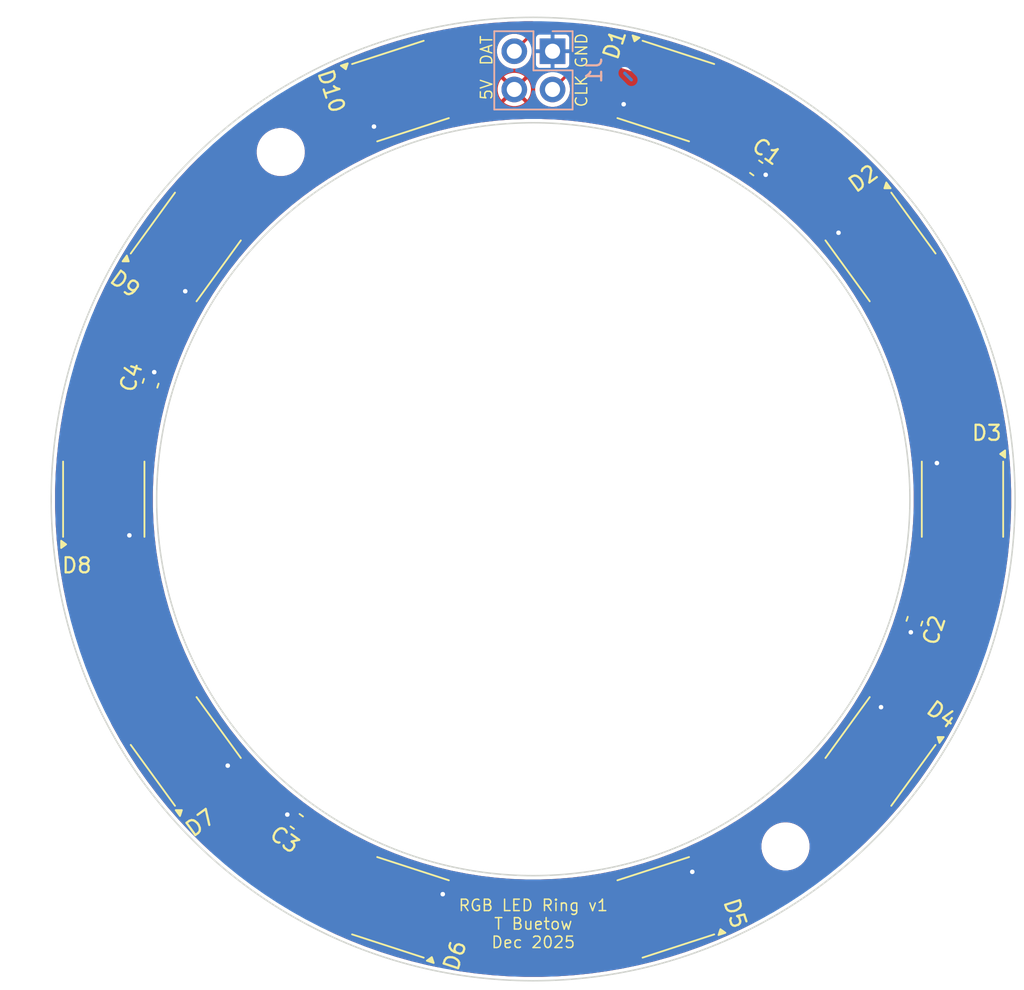
<source format=kicad_pcb>
(kicad_pcb (version 20241229) (generator "pcbnew") (generator_version "9.0")
  (layers (0 "F.Cu" signal) (2 "B.Cu" signal) (13 "F.Paste" user) (15 "B.Paste" user) (5 "F.SilkS" user "F.Silkscreen") (7 "B.SilkS" user "B.Silkscreen") (1 "F.Mask" user) (3 "B.Mask" user) (25 "Edge.Cuts" user))
  (net 0 "")
  (net 1 "+5V")
  (net 2 "GND")
  (net 3 "Net-(D1-DI)")
  (net 4 "Net-(D1-CI)")
  (net 5 "Net-(D1-DO)")
  (net 6 "Net-(D1-CO)")
  (net 7 "Net-(D2-CO)")
  (net 8 "Net-(D2-DO)")
  (net 9 "Net-(D3-CO)")
  (net 10 "Net-(D3-DO)")
  (net 11 "Net-(D4-CO)")
  (net 12 "Net-(D4-DO)")
  (net 13 "Net-(D5-DO)")
  (net 14 "Net-(D5-CO)")
  (net 15 "Net-(D6-DO)")
  (net 16 "Net-(D6-CO)")
  (net 17 "Net-(D7-CO)")
  (net 18 "Net-(D7-DO)")
  (net 19 "Net-(D8-DO)")
  (net 20 "Net-(D8-CO)")
  (net 21 "Net-(D10-CI)")
  (net 22 "Net-(D10-DI)")
  (footprint "LED_SMD:LED_RGB_5050-6" (layer "F.Cu") (at 163.046984 83.24812 -54)
    (property "Reference" "D2" (at -4.353687 -1.745388 216) (layer "F.SilkS"))
    (property "Value" "APA102")
    (fp_line (start 2.499999 2.7) (end -2.5 2.7) (stroke (width 0.12)) (layer "F.SilkS"))
    (fp_line (start -2.499999 -2.7) (end 2.5 -2.7) (stroke (width 0.12)) (layer "F.SilkS"))
    (fp_poly (pts (xy -3 -2.499999) (xy -3.24 -2.83) (xy -2.76 -2.83) (xy -3 -2.499999)) (stroke (width 0.12)) (fill yes) (layer "F.SilkS"))
    (pad "1" smd rect (at -2.4 -1.7 36) (size 1.1 2) (layers "F.Cu" "F.Mask" "F.Paste") (net 5 "Net-(D1-DO)"))
    (pad "2" smd rect (at -2.4 0 36) (size 1.1 2) (layers "F.Cu" "F.Mask" "F.Paste") (net 6 "Net-(D1-CO)"))
    (pad "3" smd rect (at -2.4 1.7 36) (size 1.1 2) (layers "F.Cu" "F.Mask" "F.Paste") (net 2 "GND"))
    (pad "4" smd rect (at 2.4 1.7 36) (size 1.1 2) (layers "F.Cu" "F.Mask" "F.Paste") (net 1 "+5V"))
    (pad "5" smd rect (at 2.4 0 36) (size 1.1 2) (layers "F.Cu" "F.Mask" "F.Paste") (net 7 "Net-(D2-CO)"))
    (pad "6" smd rect (at 2.4 -1.7 36) (size 1.1 2) (layers "F.Cu" "F.Mask" "F.Paste") (net 8 "Net-(D2-DO)"))
  )
  (footprint "Capacitor_SMD:C_0603_1608Metric" (layer "F.Cu") (at 154.8 78 144)
    (property "Reference" "C1" (at 0.080252 1.301368 144) (layer "F.SilkS"))
    (property "Value" ".1u")
    (fp_line (start -0.140581 -0.51) (end 0.14058 -0.51) (stroke (width 0.12)) (layer "F.SilkS"))
    (fp_line (start -0.14058 0.51) (end 0.140581 0.51) (stroke (width 0.12)) (layer "F.SilkS"))
    (pad "1" smd roundrect (at -0.775 0 144) (size 0.9 0.95) (layers "F.Cu" "F.Mask" "F.Paste") (net 2 "GND"))
    (pad "2" smd roundrect (at 0.775 0 144) (size 0.9 0.95) (layers "F.Cu" "F.Mask" "F.Paste") (net 1 "+5V"))
  )
  (footprint "MountingHole:MountingHole_2.7mm_M2.5" (layer "F.Cu") (at 123.23812 76.943016)
    (property "Reference" "REF**" (hide yes))
    (property "Value" "MountingHole_2.7mm_M2.5")
    (pad "" np_thru_hole circle (at 0 0) (size 2.7 2.7) (drill 2.7) (layers "*.Cu" "*.Mask"))
  )
  (footprint "Capacitor_SMD:C_0603_1608Metric" (layer "F.Cu") (at 114.6 92.3 -108)
    (property "Reference" "C4" (at 0.021299 1.35998 72) (layer "F.SilkS"))
    (property "Value" ".1u")
    (fp_line (start -0.14058 0.51) (end 0.14058 0.51) (stroke (width 0.12)) (layer "F.SilkS"))
    (fp_line (start -0.14058 -0.51) (end 0.14058 -0.51) (stroke (width 0.12)) (layer "F.SilkS"))
    (pad "1" smd roundrect (at -0.775 0 252) (size 0.9 0.95) (layers "F.Cu" "F.Mask" "F.Paste") (net 2 "GND"))
    (pad "2" smd roundrect (at 0.775 0 252) (size 0.9 0.95) (layers "F.Cu" "F.Mask" "F.Paste") (net 1 "+5V"))
  )
  (footprint "Capacitor_SMD:C_0603_1608Metric" (layer "F.Cu") (at 165.3 108.1 72)
    (property "Reference" "C2" (at -0.168912 1.421784 72) (layer "F.SilkS"))
    (property "Value" ".1u")
    (fp_line (start -0.14058 -0.51) (end 0.14058 -0.51) (stroke (width 0.12)) (layer "F.SilkS"))
    (fp_line (start -0.14058 0.51) (end 0.14058 0.51) (stroke (width 0.12)) (layer "F.SilkS"))
    (pad "1" smd roundrect (at -0.774999 -0.000001 72) (size 0.9 0.95) (layers "F.Cu" "F.Mask" "F.Paste") (net 2 "GND"))
    (pad "2" smd roundrect (at 0.774999 0.000001 72) (size 0.9 0.95) (layers "F.Cu" "F.Mask" "F.Paste") (net 1 "+5V"))
  )
  (footprint "Capacitor_SMD:C_0603_1608Metric" (layer "F.Cu") (at 124.3 121.4 -36)
    (property "Reference" "C3" (at 0.058129 1.441049 324) (layer "F.SilkS"))
    (property "Value" ".1u")
    (fp_line (start -0.14058 0.51) (end 0.14058 0.51) (stroke (width 0.12)) (layer "F.SilkS"))
    (fp_line (start -0.14058 -0.51) (end 0.14058 -0.51) (stroke (width 0.12)) (layer "F.SilkS"))
    (pad "1" smd roundrect (at -0.775 0 324) (size 0.9 0.95) (layers "F.Cu" "F.Mask" "F.Paste") (net 2 "GND"))
    (pad "2" smd roundrect (at 0.775 0 324) (size 0.9 0.95) (layers "F.Cu" "F.Mask" "F.Paste") (net 1 "+5V"))
  )
  (footprint "LED_SMD:LED_RGB_5050-6" (layer "F.Cu") (at 168.49 100 -90)
    (property "Reference" "D3" (at -4.4 -1.61 180) (layer "F.SilkS"))
    (property "Value" "APA102")
    (fp_line (start 2.5 2.7) (end -2.5 2.7) (stroke (width 0.12)) (layer "F.SilkS"))
    (fp_line (start -2.5 -2.7) (end 2.5 -2.7) (stroke (width 0.12)) (layer "F.SilkS"))
    (fp_poly (pts (xy -3 -2.5) (xy -3.24 -2.83) (xy -2.76 -2.83) (xy -3 -2.5)) (stroke (width 0.12)) (fill yes) (layer "F.SilkS"))
    (pad "1" smd rect (at -2.4 -1.7) (size 1.1 2) (layers "F.Cu" "F.Mask" "F.Paste") (net 8 "Net-(D2-DO)"))
    (pad "2" smd rect (at -2.4 0) (size 1.1 2) (layers "F.Cu" "F.Mask" "F.Paste") (net 7 "Net-(D2-CO)"))
    (pad "3" smd rect (at -2.4 1.7) (size 1.1 2) (layers "F.Cu" "F.Mask" "F.Paste") (net 2 "GND"))
    (pad "4" smd rect (at 2.4 1.7) (size 1.1 2) (layers "F.Cu" "F.Mask" "F.Paste") (net 1 "+5V"))
    (pad "5" smd rect (at 2.4 0) (size 1.1 2) (layers "F.Cu" "F.Mask" "F.Paste") (net 9 "Net-(D3-CO)"))
    (pad "6" smd rect (at 2.4 -1.7) (size 1.1 2) (layers "F.Cu" "F.Mask" "F.Paste") (net 10 "Net-(D3-DO)"))
  )
  (footprint "MountingHole:MountingHole_2.7mm_M2.5" (layer "F.Cu") (at 156.74188 123.056984)
    (property "Reference" "REF**" (hide yes))
    (property "Value" "MountingHole_2.7mm_M2.5")
    (pad "" np_thru_hole circle (at 0 0) (size 2.7 2.7) (drill 2.7) (layers "*.Cu" "*.Mask"))
  )
  (footprint "LED_SMD:LED_RGB_5050-6" (layer "F.Cu") (at 131.183016 127.10511 162)
    (property "Reference" "D6" (at -4.427232 -1.920811 252) (layer "F.SilkS"))
    (property "Value" "APA102")
    (fp_line (start 2.5 2.7) (end -2.5 2.7) (stroke (width 0.12)) (layer "F.SilkS"))
    (fp_line (start -2.5 -2.7) (end 2.5 -2.7) (stroke (width 0.12)) (layer "F.SilkS"))
    (fp_poly (pts (xy -3 -2.5) (xy -3.24 -2.83) (xy -2.76 -2.83) (xy -3 -2.5)) (stroke (width 0.12)) (fill yes) (layer "F.SilkS"))
    (pad "1" smd rect (at -2.4 -1.7 252) (size 1.1 2) (layers "F.Cu" "F.Mask" "F.Paste") (net 13 "Net-(D5-DO)"))
    (pad "2" smd rect (at -2.4 0 252) (size 1.1 2) (layers "F.Cu" "F.Mask" "F.Paste") (net 14 "Net-(D5-CO)"))
    (pad "3" smd rect (at -2.400001 1.7 252) (size 1.1 2) (layers "F.Cu" "F.Mask" "F.Paste") (net 2 "GND"))
    (pad "4" smd rect (at 2.4 1.7 252) (size 1.1 2) (layers "F.Cu" "F.Mask" "F.Paste") (net 1 "+5V"))
    (pad "5" smd rect (at 2.4 0 252) (size 1.1 2) (layers "F.Cu" "F.Mask" "F.Paste") (net 16 "Net-(D6-CO)"))
    (pad "6" smd rect (at 2.400001 -1.7 252) (size 1.1 2) (layers "F.Cu" "F.Mask" "F.Paste") (net 15 "Net-(D6-DO)"))
  )
  (footprint "LED_SMD:LED_RGB_5050-6" (layer "F.Cu") (at 163.046984 116.75188 -126)
    (property "Reference" "D4" (at -4.365916 -1.83778 144) (layer "F.SilkS"))
    (property "Value" "APA102")
    (fp_line (start 2.5 2.7) (end -2.5 2.7) (stroke (width 0.12)) (layer "F.SilkS"))
    (fp_line (start -2.5 -2.7) (end 2.5 -2.7) (stroke (width 0.12)) (layer "F.SilkS"))
    (fp_poly (pts (xy -3 -2.5) (xy -3.24 -2.83) (xy -2.76 -2.829999) (xy -3 -2.5)) (stroke (width 0.12)) (fill yes) (layer "F.SilkS"))
    (pad "1" smd rect (at -2.4 -1.7 324) (size 1.1 2) (layers "F.Cu" "F.Mask" "F.Paste") (net 10 "Net-(D3-DO)"))
    (pad "2" smd rect (at -2.4 0 324) (size 1.1 2) (layers "F.Cu" "F.Mask" "F.Paste") (net 9 "Net-(D3-CO)"))
    (pad "3" smd rect (at -2.4 1.7 324) (size 1.1 2) (layers "F.Cu" "F.Mask" "F.Paste") (net 2 "GND"))
    (pad "4" smd rect (at 2.4 1.7 324) (size 1.1 2) (layers "F.Cu" "F.Mask" "F.Paste") (net 1 "+5V"))
    (pad "5" smd rect (at 2.4 0 324) (size 1.1 2) (layers "F.Cu" "F.Mask" "F.Paste") (net 11 "Net-(D4-CO)"))
    (pad "6" smd rect (at 2.4 -1.7 324) (size 1.1 2) (layers "F.Cu" "F.Mask" "F.Paste") (net 12 "Net-(D4-DO)"))
  )
  (footprint "LED_SMD:LED_RGB_5050-6" (layer "F.Cu") (at 148.796984 127.105111 -162)
    (property "Reference" "D5" (at -4.255701 -1.797972 108) (layer "F.SilkS"))
    (property "Value" "APA102")
    (fp_line (start 2.5 2.7) (end -2.5 2.7) (stroke (width 0.12)) (layer "F.SilkS"))
    (fp_line (start -2.5 -2.7) (end 2.5 -2.7) (stroke (width 0.12)) (layer "F.SilkS"))
    (fp_poly (pts (xy -3 -2.5) (xy -3.24 -2.83) (xy -2.76 -2.83) (xy -3 -2.5)) (stroke (width 0.12)) (fill yes) (layer "F.SilkS"))
    (pad "1" smd rect (at -2.400001 -1.7 288) (size 1.1 2) (layers "F.Cu" "F.Mask" "F.Paste") (net 12 "Net-(D4-DO)"))
    (pad "2" smd rect (at -2.4 0 288) (size 1.1 2) (layers "F.Cu" "F.Mask" "F.Paste") (net 11 "Net-(D4-CO)"))
    (pad "3" smd rect (at -2.4 1.7 288) (size 1.1 2) (layers "F.Cu" "F.Mask" "F.Paste") (net 2 "GND"))
    (pad "4" smd rect (at 2.400001 1.7 288) (size 1.1 2) (layers "F.Cu" "F.Mask" "F.Paste") (net 1 "+5V"))
    (pad "5" smd rect (at 2.4 0 288) (size 1.1 2) (layers "F.Cu" "F.Mask" "F.Paste") (net 14 "Net-(D5-CO)"))
    (pad "6" smd rect (at 2.4 -1.7 288) (size 1.1 2) (layers "F.Cu" "F.Mask" "F.Paste") (net 13 "Net-(D5-DO)"))
  )
  (footprint "LED_SMD:LED_RGB_5050-6" (layer "F.Cu") (at 148.796984 72.894889 -18)
    (property "Reference" "D1" (at -4.187097 -1.893689 252) (layer "F.SilkS"))
    (property "Value" "APA102")
    (fp_line (start -2.5 -2.7) (end 2.5 -2.7) (stroke (width 0.12)) (layer "F.SilkS"))
    (fp_line (start 2.5 2.7) (end -2.5 2.7) (stroke (width 0.12)) (layer "F.SilkS"))
    (fp_poly (pts (xy -3 -2.5) (xy -3.24 -2.83) (xy -2.76 -2.829999) (xy -3 -2.5)) (stroke (width 0.12)) (fill yes) (layer "F.SilkS"))
    (pad "1" smd rect (at -2.4 -1.699999 72) (size 1.1 2) (layers "F.Cu" "F.Mask" "F.Paste") (net 3 "Net-(D1-DI)"))
    (pad "2" smd rect (at -2.4 0 72) (size 1.1 2) (layers "F.Cu" "F.Mask" "F.Paste") (net 4 "Net-(D1-CI)"))
    (pad "3" smd rect (at -2.400001 1.7 72) (size 1.1 2) (layers "F.Cu" "F.Mask" "F.Paste") (net 2 "GND"))
    (pad "4" smd rect (at 2.4 1.699999 72) (size 1.1 2) (layers "F.Cu" "F.Mask" "F.Paste") (net 1 "+5V"))
    (pad "5" smd rect (at 2.4 0 72) (size 1.1 2) (layers "F.Cu" "F.Mask" "F.Paste") (net 6 "Net-(D1-CO)"))
    (pad "6" smd rect (at 2.400001 -1.7 72) (size 1.1 2) (layers "F.Cu" "F.Mask" "F.Paste") (net 5 "Net-(D1-DO)"))
  )
  (footprint "LED_SMD:LED_RGB_5050-6" (layer "F.Cu") (at 116.933016 116.75188 126)
    (property "Reference" "D7" (at -4.409689 -2.008568 36) (layer "F.SilkS"))
    (property "Value" "APA102")
    (fp_line (start -2.5 -2.7) (end 2.5 -2.7) (stroke (width 0.12)) (layer "F.SilkS"))
    (fp_line (start 2.5 2.7) (end -2.5 2.7) (stroke (width 0.12)) (layer "F.SilkS"))
    (fp_poly (pts (xy -3 -2.5) (xy -3.24 -2.83) (xy -2.76 -2.83) (xy -3 -2.5)) (stroke (width 0.12)) (fill yes) (layer "F.SilkS"))
    (pad "1" smd rect (at -2.4 -1.7 216) (size 1.1 2) (layers "F.Cu" "F.Mask" "F.Paste") (net 15 "Net-(D6-DO)"))
    (pad "2" smd rect (at -2.4 0 216) (size 1.1 2) (layers "F.Cu" "F.Mask" "F.Paste") (net 16 "Net-(D6-CO)"))
    (pad "3" smd rect (at -2.4 1.7 216) (size 1.1 2) (layers "F.Cu" "F.Mask" "F.Paste") (net 2 "GND"))
    (pad "4" smd rect (at 2.4 1.7 216) (size 1.1 2) (layers "F.Cu" "F.Mask" "F.Paste") (net 1 "+5V"))
    (pad "5" smd rect (at 2.4 0 216) (size 1.1 2) (layers "F.Cu" "F.Mask" "F.Paste") (net 17 "Net-(D7-CO)"))
    (pad "6" smd rect (at 2.4 -1.7 216) (size 1.1 2) (layers "F.Cu" "F.Mask" "F.Paste") (net 18 "Net-(D7-DO)"))
  )
  (footprint "LED_SMD:LED_RGB_5050-6" (layer "F.Cu") (at 116.933016 83.24812 54)
    (property "Reference" "D9" (at -4.35416 -1.8216 324) (layer "F.SilkS"))
    (property "Value" "APA102")
    (fp_line (start -2.5 -2.7) (end 2.5 -2.7) (stroke (width 0.12)) (layer "F.SilkS"))
    (fp_line (start 2.5 2.7) (end -2.5 2.7) (stroke (width 0.12)) (layer "F.SilkS"))
    (fp_poly (pts (xy -3 -2.5) (xy -3.24 -2.83) (xy -2.76 -2.829999) (xy -3 -2.5)) (stroke (width 0.12)) (fill yes) (layer "F.SilkS"))
    (pad "1" smd rect (at -2.4 -1.7 144) (size 1.1 2) (layers "F.Cu" "F.Mask" "F.Paste") (net 19 "Net-(D8-DO)"))
    (pad "2" smd rect (at -2.4 0 144) (size 1.1 2) (layers "F.Cu" "F.Mask" "F.Paste") (net 20 "Net-(D8-CO)"))
    (pad "3" smd rect (at -2.4 1.7 144) (size 1.1 2) (layers "F.Cu" "F.Mask" "F.Paste") (net 2 "GND"))
    (pad "4" smd rect (at 2.4 1.7 144) (size 1.1 2) (layers "F.Cu" "F.Mask" "F.Paste") (net 1 "+5V"))
    (pad "5" smd rect (at 2.4 0 144) (size 1.1 2) (layers "F.Cu" "F.Mask" "F.Paste") (net 21 "Net-(D10-CI)"))
    (pad "6" smd rect (at 2.4 -1.7 144) (size 1.1 2) (layers "F.Cu" "F.Mask" "F.Paste") (net 22 "Net-(D10-DI)"))
  )
  (footprint "LED_SMD:LED_RGB_5050-6" (layer "F.Cu") (at 111.49 100 90)
    (property "Reference" "D8" (at -4.4 -1.79 0) (layer "F.SilkS"))
    (property "Value" "APA102")
    (fp_line (start -2.5 -2.7) (end 2.5 -2.7) (stroke (width 0.12)) (layer "F.SilkS"))
    (fp_line (start 2.5 2.7) (end -2.5 2.7) (stroke (width 0.12)) (layer "F.SilkS"))
    (fp_poly (pts (xy -3 -2.5) (xy -3.24 -2.83) (xy -2.76 -2.83) (xy -3 -2.5)) (stroke (width 0.12)) (fill yes) (layer "F.SilkS"))
    (pad "1" smd rect (at -2.4 -1.7 180) (size 1.1 2) (layers "F.Cu" "F.Mask" "F.Paste") (net 18 "Net-(D7-DO)"))
    (pad "2" smd rect (at -2.4 0 180) (size 1.1 2) (layers "F.Cu" "F.Mask" "F.Paste") (net 17 "Net-(D7-CO)"))
    (pad "3" smd rect (at -2.4 1.7 180) (size 1.1 2) (layers "F.Cu" "F.Mask" "F.Paste") (net 2 "GND"))
    (pad "4" smd rect (at 2.4 1.7 180) (size 1.1 2) (layers "F.Cu" "F.Mask" "F.Paste") (net 1 "+5V"))
    (pad "5" smd rect (at 2.4 0 180) (size 1.1 2) (layers "F.Cu" "F.Mask" "F.Paste") (net 20 "Net-(D8-CO)"))
    (pad "6" smd rect (at 2.4 -1.7 180) (size 1.1 2) (layers "F.Cu" "F.Mask" "F.Paste") (net 19 "Net-(D8-DO)"))
  )
  (footprint "LED_SMD:LED_RGB_5050-6" (layer "F.Cu") (at 131.183016 72.894889 18)
    (property "Reference" "D10" (at -4.360287 -1.411369 288) (layer "F.SilkS"))
    (property "Value" "APA102")
    (fp_line (start -2.5 -2.7) (end 2.5 -2.7) (stroke (width 0.12)) (layer "F.SilkS"))
    (fp_line (start 2.5 2.7) (end -2.5 2.7) (stroke (width 0.12)) (layer "F.SilkS"))
    (fp_poly (pts (xy -3 -2.5) (xy -3.24 -2.83) (xy -2.76 -2.83) (xy -3 -2.5)) (stroke (width 0.12)) (fill yes) (layer "F.SilkS"))
    (pad "1" smd rect (at -2.400001 -1.7 108) (size 1.1 2) (layers "F.Cu" "F.Mask" "F.Paste") (net 22 "Net-(D10-DI)"))
    (pad "2" smd rect (at -2.4 0 108) (size 1.1 2) (layers "F.Cu" "F.Mask" "F.Paste") (net 21 "Net-(D10-CI)"))
    (pad "3" smd rect (at -2.4 1.7 108) (size 1.1 2) (layers "F.Cu" "F.Mask" "F.Paste") (net 2 "GND"))
    (pad "4" smd rect (at 2.400001 1.7 108) (size 1.1 2) (layers "F.Cu" "F.Mask" "F.Paste") (net 1 "+5V"))
    (pad "5" smd rect (at 2.4 0 108) (size 1.1 2) (layers "F.Cu" "F.Mask" "F.Paste"))
    (pad "6" smd rect (at 2.4 -1.7 108) (size 1.1 2) (layers "F.Cu" "F.Mask" "F.Paste"))
  )
  (footprint "Connector_PinSocket_2.54mm:PinSocket_2x02_P2.54mm_Vertical" (layer "B.Cu") (at 141.28 70.25 90)
    (property "Reference" "J1" (at -1.27 2.77 90) (layer "B.SilkS") (effects (justify mirror)))
    (property "Value" "Conn_01x04")
    (fp_line (start -3.87 -3.87) (end 1.33 -3.87) (stroke (width 0.12)) (layer "B.SilkS"))
    (fp_line (start 1.33 -1.27) (end 1.33 -3.87) (stroke (width 0.12)) (layer "B.SilkS"))
    (fp_line (start -1.27 -1.27) (end 1.33 -1.27) (stroke (width 0.12)) (layer "B.SilkS"))
    (fp_line (start 1.33 1.33) (end 1.33 0) (stroke (width 0.12)) (layer "B.SilkS"))
    (fp_line (start 0 1.33) (end 1.33 1.33) (stroke (width 0.12)) (layer "B.SilkS"))
    (fp_line (start -1.27 1.33) (end -1.27 -1.27) (stroke (width 0.12)) (layer "B.SilkS"))
    (fp_line (start -3.87 1.33) (end -3.87 -3.87) (stroke (width 0.12)) (layer "B.SilkS"))
    (fp_line (start -3.87 1.33) (end -1.27 1.33) (stroke (width 0.12)) (layer "B.SilkS"))
    (pad "1" thru_hole rect (at 0 0 90) (size 1.7 1.7) (drill 1) (layers "*.Cu" "*.Mask") (net 2 "GND"))
    (pad "2" thru_hole circle (at -2.54 0 90) (size 1.7 1.7) (drill 1) (layers "*.Cu" "*.Mask") (net 4 "Net-(D1-CI)"))
    (pad "3" thru_hole circle (at 0 -2.54 90) (size 1.7 1.7) (drill 1) (layers "*.Cu" "*.Mask") (net 3 "Net-(D1-DI)"))
    (pad "4" thru_hole circle (at -2.54 -2.54 90) (size 1.7 1.7) (drill 1) (layers "*.Cu" "*.Mask") (net 1 "+5V"))
  )
  (gr_circle (center 139.99 99.99) (end 108 99.99) (stroke (width 0.1)) (fill no) (layer "Edge.Cuts"))
  (gr_circle (center 140 100) (end 139.99 75) (stroke (width 0.1)) (fill no) (layer "Edge.Cuts"))
  (gr_text "RGB LED Ring v1\nT Buetow\nDec 2025" (at 140 128.2 0) (layer "F.SilkS") (effects (font (size 0.762 0.762) (thickness 0.09525))))
  (gr_text "5V" (at 136.9 72.8 90) (layer "F.SilkS") (effects (font (size 0.762 0.762) (thickness 0.09525))))
  (gr_text "CLK" (at 143.2 72.9 90) (layer "F.SilkS") (effects (font (size 0.762 0.762) (thickness 0.09525))))
  (gr_text "GND" (at 143.2 70.2 90) (layer "F.SilkS") (effects (font (size 0.762 0.762) (thickness 0.09525))))
  (gr_text "DAT" (at 136.9 70.2 90) (layer "F.SilkS") (effects (font (size 0.762 0.762) (thickness 0.09525))))
  (segment (start 146 73.770044) (end 146.370044 73.770044) (width 0.3048) (layer "F.Cu") (net 2))
  (segment (start 145.989119 73.770044) (end 146 73.770044) (width 0.3048) (layer "F.Cu") (net 2))
  (via (at 129.425809 75.253326) (size 0.6) (drill 0.3) (layers "F.Cu" "B.Cu") (net 2))
  (via (at 123.673012 120.944467) (size 0.6) (drill 0.3) (layers "F.Cu" "B.Cu") (net 2))
  (via (at 160.26097 82.305714) (size 0.6) (drill 0.3) (layers "F.Cu" "B.Cu") (net 2))
  (via (at 119.719029 117.694286) (size 0.6) (drill 0.3) (layers "F.Cu" "B.Cu") (net 2))
  (via (at 163.08234 113.811004) (size 0.6) (drill 0.3) (layers "F.Cu" "B.Cu") (net 2))
  (via (at 114.839488 91.562931) (size 0.6) (drill 0.3) (layers "F.Cu" "B.Cu") (net 2))
  (via (at 155.426988 78.455534) (size 0.6) (drill 0.3) (layers "F.Cu" "B.Cu") (net 2))
  (via (at 150.554191 124.746674) (size 0.6) (drill 0.3) (layers "F.Cu" "B.Cu") (net 2))
  (via (at 165.060511 108.837069) (size 0.6) (drill 0.3) (layers "F.Cu" "B.Cu") (net 2))
  (via (at 113.19 102.4) (size 0.6) (drill 0.3) (layers "F.Cu" "B.Cu") (net 2))
  (via (at 133.990881 126.229955) (size 0.6) (drill 0.3) (layers "F.Cu" "B.Cu") (net 2))
  (via (at 116.89766 86.188996) (size 0.6) (drill 0.3) (layers "F.Cu" "B.Cu") (net 2))
  (via (at 146 73.770044) (size 0.6) (drill 0.3) (layers "F.Cu" "B.Cu") (net 2))
  (via (at 166.79 97.6) (size 0.6) (drill 0.3) (layers "F.Cu" "B.Cu") (net 2))
  (segment (start 138.74 70.25) (end 140.09 68.9) (width 0.2032) (layer "F.Cu") (net 3))
  (segment (start 144.236453 70.536453) (end 147.039777 70.536453) (width 0.2032) (layer "F.Cu") (net 3))
  (segment (start 142.6 68.9) (end 144.236453 70.536453) (width 0.2032) (layer "F.Cu") (net 3))
  (segment (start 140.09 68.9) (end 142.6 68.9) (width 0.2032) (layer "F.Cu") (net 3))
  (segment (start 142.37 71.7) (end 146.0612 71.7) (width 0.2032) (layer "F.Cu") (net 4))
  (segment (start 141.28 72.79) (end 142.37 71.7) (width 0.2032) (layer "F.Cu") (net 4))
  (segment (start 146.0644 71.7032) (end 146.514448 72.153248) (width 0.2032) (layer "B.Cu") (net 4))
  (segment (start 153.419734 72.019734) (end 154.7 73.3) (width 0.2032) (layer "F.Cu") (net 5))
  (segment (start 158.7 76.4) (end 159.8 76.4) (width 0.2032) (layer "F.Cu") (net 5))
  (segment (start 155.6 73.3) (end 158.7 76.4) (width 0.2032) (layer "F.Cu") (net 5))
  (segment (start 163.011628 79.611628) (end 163.011628 80.307244) (width 0.2032) (layer "F.Cu") (net 5))
  (segment (start 159.8 76.4) (end 163.011628 79.611628) (width 0.2032) (layer "F.Cu") (net 5))
  (segment (start 151.604849 72.019734) (end 153.419734 72.019734) (width 0.2032) (layer "F.Cu") (net 5))
  (segment (start 154.7 73.3) (end 155.6 73.3) (width 0.2032) (layer "F.Cu") (net 5))
  (segment (start 155.9 74.2) (end 160.7 79) (width 0.2032) (layer "F.Cu") (net 6))
  (segment (start 153.73653 73.63653) (end 154.3 74.2) (width 0.2032) (layer "F.Cu") (net 6))
  (segment (start 160.7 79) (end 160.7 80.37018) (width 0.2032) (layer "F.Cu") (net 6))
  (segment (start 151.07952 73.63653) (end 153.73653 73.63653) (width 0.2032) (layer "F.Cu") (net 6))
  (segment (start 154.3 74.2) (end 155.9 74.2) (width 0.2032) (layer "F.Cu") (net 6))
  (segment (start 160.7 80.37018) (end 161.636299 81.306479) (width 0.2032) (layer "F.Cu") (net 6))
  (segment (start 167.5958 87.867426) (end 168.964187 89.235813) (width 0.2032) (layer "F.Cu") (net 7))
  (segment (start 167.5958 86.7958) (end 167.5958 87.867426) (width 0.2032) (layer "F.Cu") (net 7))
  (segment (start 166.8 86) (end 167.5958 86.7958) (width 0.2032) (layer "F.Cu") (net 7))
  (segment (start 168.964187 95.135813) (end 168.49 95.61) (width 0.2032) (layer "F.Cu") (net 7))
  (segment (start 168.49 95.61) (end 168.49 97.6) (width 0.2032) (layer "F.Cu") (net 7))
  (segment (start 164.457669 85.189761) (end 165.267908 86) (width 0.2032) (layer "F.Cu") (net 7))
  (segment (start 165.267908 86) (end 166.8 86) (width 0.2032) (layer "F.Cu") (net 7))
  (segment (start 168.964187 89.235813) (end 168.964187 95.135813) (width 0.2032) (layer "F.Cu") (net 7))
  (segment (start 170.19 93.59) (end 170.19 97.6) (width 0.2032) (layer "F.Cu") (net 8))
  (segment (start 169.4 92.8) (end 170.19 93.59) (width 0.2032) (layer "F.Cu") (net 8))
  (segment (start 168 87.7) (end 169.4 89.1) (width 0.2032) (layer "F.Cu") (net 8))
  (segment (start 168 86.357528) (end 168 87.7) (width 0.2032) (layer "F.Cu") (net 8))
  (segment (start 165.832998 84.190526) (end 168 86.357528) (width 0.2032) (layer "F.Cu") (net 8))
  (segment (start 169.4 89.1) (end 169.4 92.8) (width 0.2032) (layer "F.Cu") (net 8))
  (segment (start 168.7958 108.8042) (end 168.7958 110.8042) (width 0.2032) (layer "F.Cu") (net 9))
  (segment (start 166.5 113.1) (end 166.167908 113.1) (width 0.2032) (layer "F.Cu") (net 9))
  (segment (start 169.7 107.9) (end 168.7958 108.8042) (width 0.2032) (layer "F.Cu") (net 9))
  (segment (start 169.7 104.9) (end 169.7 107.9) (width 0.2032) (layer "F.Cu") (net 9))
  (segment (start 168.49 102.4) (end 168.49 103.69) (width 0.2032) (layer "F.Cu") (net 9))
  (segment (start 168.49 103.69) (end 169.7 104.9) (width 0.2032) (layer "F.Cu") (net 9))
  (segment (start 166.167908 113.1) (end 164.457669 114.810239) (width 0.2032) (layer "F.Cu") (net 9))
  (segment (start 168.7958 110.8042) (end 166.5 113.1) (width 0.2032) (layer "F.Cu") (net 9))
  (segment (start 167.7 113.942471) (end 165.832997 115.809474) (width 0.2032) (layer "F.Cu") (net 10))
  (segment (start 169.2 111) (end 167.7 112.5) (width 0.2032) (layer "F.Cu") (net 10))
  (segment (start 169.2 109) (end 169.2 111) (width 0.2032) (layer "F.Cu") (net 10))
  (segment (start 167.7 112.5) (end 167.7 113.942471) (width 0.2032) (layer "F.Cu") (net 10))
  (segment (start 170.19 102.4) (end 170.19 108.01) (width 0.2032) (layer "F.Cu") (net 10))
  (segment (start 170.19 108.01) (end 169.2 109) (width 0.2032) (layer "F.Cu") (net 10))
  (segment (start 156.4042 125.2958) (end 155 126.7) (width 0.2032) (layer "F.Cu") (net 11))
  (segment (start 155 126.7) (end 153.7 126.7) (width 0.2032) (layer "F.Cu") (net 11))
  (segment (start 159.664187 123.664187) (end 159.335813 123.664187) (width 0.2032) (layer "F.Cu") (net 11))
  (segment (start 153.36347 126.36347) (end 151.07952 126.36347) (width 0.2032) (layer "F.Cu") (net 11))
  (segment (start 161.636299 118.693521) (end 160.6958 119.63402) (width 0.2032) (layer "F.Cu") (net 11))
  (segment (start 160.6958 119.63402) (end 160.6958 122.632574) (width 0.2032) (layer "F.Cu") (net 11))
  (segment (start 153.7 126.7) (end 153.36347 126.36347) (width 0.2032) (layer "F.Cu") (net 11))
  (segment (start 160.6958 122.632574) (end 159.664187 123.664187) (width 0.2032) (layer "F.Cu") (net 11))
  (segment (start 159.335813 123.664187) (end 157.7042 125.2958) (width 0.2032) (layer "F.Cu") (net 11))
  (segment (start 157.7042 125.2958) (end 156.4042 125.2958) (width 0.2032) (layer "F.Cu") (net 11))
  (segment (start 153 127.5) (end 152.519734 127.980266) (width 0.2032) (layer "F.Cu") (net 12))
  (segment (start 159.2 124.4) (end 157.9 125.7) (width 0.2032) (layer "F.Cu") (net 12))
  (segment (start 152.519734 127.980266) (end 151.604849 127.980266) (width 0.2032) (layer "F.Cu") (net 12))
  (segment (start 161.1 121.604384) (end 161.1 122.8) (width 0.2032) (layer "F.Cu") (net 12))
  (segment (start 161.1 122.8) (end 159.5 124.4) (width 0.2032) (layer "F.Cu") (net 12))
  (segment (start 154.8 127.5) (end 153 127.5) (width 0.2032) (layer "F.Cu") (net 12))
  (segment (start 163.011628 119.692756) (end 161.1 121.604384) (width 0.2032) (layer "F.Cu") (net 12))
  (segment (start 157.9 125.7) (end 156.6 125.7) (width 0.2032) (layer "F.Cu") (net 12))
  (segment (start 159.5 124.4) (end 159.2 124.4) (width 0.2032) (layer "F.Cu") (net 12))
  (segment (start 156.6 125.7) (end 154.8 127.5) (width 0.2032) (layer "F.Cu") (net 12))
  (segment (start 145.4 130.6) (end 134.076676 130.6) (width 0.2032) (layer "F.Cu") (net 13))
  (segment (start 147.039777 129.463548) (end 146.536452 129.463548) (width 0.2032) (layer "F.Cu") (net 13))
  (segment (start 146.536452 129.463548) (end 145.4 130.6) (width 0.2032) (layer "F.Cu") (net 13))
  (segment (start 134.076676 130.6) (end 132.940223 129.463547) (width 0.2032) (layer "F.Cu") (net 13))
  (segment (start 146.514448 127.846752) (end 144.1654 130.1958) (width 0.2032) (layer "F.Cu") (net 14))
  (segment (start 144.1654 130.1958) (end 135.814601 130.1958) (width 0.2032) (layer "F.Cu") (net 14))
  (segment (start 135.814601 130.1958) (end 133.465552 127.846751) (width 0.2032) (layer "F.Cu") (net 14))
  (segment (start 117.7 121.6) (end 117.7 120.424384) (width 0.2032) (layer "F.Cu") (net 15))
  (segment (start 119.3 123.2) (end 117.7 121.6) (width 0.2032) (layer "F.Cu") (net 15))
  (segment (start 123 126.2) (end 120 123.2) (width 0.2032) (layer "F.Cu") (net 15))
  (segment (start 126.280265 127.980265) (end 124.5 126.2) (width 0.2032) (layer "F.Cu") (net 15))
  (segment (start 128.375151 127.980265) (end 126.280265 127.980265) (width 0.2032) (layer "F.Cu") (net 15))
  (segment (start 124.5 126.2) (end 123 126.2) (width 0.2032) (layer "F.Cu") (net 15))
  (segment (start 120 123.2) (end 119.3 123.2) (width 0.2032) (layer "F.Cu") (net 15))
  (segment (start 117.7 120.424384) (end 116.968372 119.692756) (width 0.2032) (layer "F.Cu") (net 15))
  (segment (start 125.363469 126.363469) (end 124.7958 125.7958) (width 0.2032) (layer "F.Cu") (net 16))
  (segment (start 120.167425 120.517245) (end 118.343701 118.693521) (width 0.2032) (layer "F.Cu") (net 16))
  (segment (start 120.167425 122.7958) (end 120.167425 120.517245) (width 0.2032) (layer "F.Cu") (net 16))
  (segment (start 124.7958 125.7958) (end 123.167426 125.7958) (width 0.2032) (layer "F.Cu") (net 16))
  (segment (start 123.167426 125.7958) (end 120.167425 122.7958) (width 0.2032) (layer "F.Cu") (net 16))
  (segment (start 128.90048 126.363469) (end 125.363469 126.363469) (width 0.2032) (layer "F.Cu") (net 16))
  (segment (start 112.7042 112.5) (end 111.2042 111) (width 0.2032) (layer "F.Cu") (net 17))
  (segment (start 111.2042 111) (end 111.2042 108.3042) (width 0.2032) (layer "F.Cu") (net 17))
  (segment (start 111.2042 108.3042) (end 110.1942 107.2942) (width 0.2032) (layer "F.Cu") (net 17))
  (segment (start 110.1942 106.5) (end 111.49 105.2042) (width 0.2032) (layer "F.Cu") (net 17))
  (segment (start 111.49 105.2042) (end 111.49 102.4) (width 0.2032) (layer "F.Cu") (net 17))
  (segment (start 115.522331 114.810239) (end 114.80641 114.094318) (width 0.2032) (layer "F.Cu") (net 17))
  (segment (start 110.1942 107.2942) (end 110.1942 106.5) (width 0.2032) (layer "F.Cu") (net 17))
  (segment (start 112.794318 114.094318) (end 112.7042 114.0042) (width 0.2032) (layer "F.Cu") (net 17))
  (segment (start 114.80641 114.094318) (end 112.794318 114.094318) (width 0.2032) (layer "F.Cu") (net 17))
  (segment (start 112.7042 114.0042) (end 112.7042 112.5) (width 0.2032) (layer "F.Cu") (net 17))
  (segment (start 110.8 108.5) (end 109.79 107.49) (width 0.2032) (layer "F.Cu") (net 18))
  (segment (start 114.147003 115.809474) (end 113.809474 115.809474) (width 0.2032) (layer "F.Cu") (net 18))
  (segment (start 110.8 111.2) (end 110.8 108.5) (width 0.2032) (layer "F.Cu") (net 18))
  (segment (start 112.3 112.7) (end 110.8 111.2) (width 0.2032) (layer "F.Cu") (net 18))
  (segment (start 113.809474 115.809474) (end 112.3 114.3) (width 0.2032) (layer "F.Cu") (net 18))
  (segment (start 109.79 107.49) (end 109.79 102.4) (width 0.2032) (layer "F.Cu") (net 18))
  (segment (start 112.3 114.3) (end 112.3 112.7) (width 0.2032) (layer "F.Cu") (net 18))
  (segment (start 110.9 88.3) (end 112.2 87) (width 0.2032) (layer "F.Cu") (net 19))
  (segment (start 112.2 86.137529) (end 114.147003 84.190526) (width 0.2032) (layer "F.Cu") (net 19))
  (segment (start 112.2 87) (end 112.2 86.137529) (width 0.2032) (layer "F.Cu") (net 19))
  (segment (start 109.79 92.11) (end 110.9 91) (width 0.2032) (layer "F.Cu") (net 19))
  (segment (start 110.9 91) (end 110.9 88.3) (width 0.2032) (layer "F.Cu") (net 19))
  (segment (start 109.79 97.6) (end 109.79 92.11) (width 0.2032) (layer "F.Cu") (net 19))
  (segment (start 111.49 97.6) (end 111.49 96.19) (width 0.2032) (layer "F.Cu") (net 20))
  (segment (start 113.32628 87.385812) (end 115.522331 85.189761) (width 0.2032) (layer "F.Cu") (net 20))
  (segment (start 111.3042 88.467426) (end 112.385813 87.385812) (width 0.2032) (layer "F.Cu") (net 20))
  (segment (start 111.3042 91.167425) (end 111.3042 88.467426) (width 0.2032) (layer "F.Cu") (net 20))
  (segment (start 110.2 92.271626) (end 111.3042 91.167425) (width 0.2032) (layer "F.Cu") (net 20))
  (segment (start 112.385813 87.385812) (end 113.32628 87.385812) (width 0.2032) (layer "F.Cu") (net 20))
  (segment (start 111.49 96.19) (end 110.2 94.9) (width 0.2032) (layer "F.Cu") (net 20))
  (segment (start 110.2 94.9) (end 110.2 92.271626) (width 0.2032) (layer "F.Cu") (net 20))
  (segment (start 122.3 74.9042) (end 123.2 74.0042) (width 0.2032) (layer "F.Cu") (net 21))
  (segment (start 118.343701 81.306479) (end 118.835813 80.814367) (width 0.2032) (layer "F.Cu") (net 21))
  (segment (start 120.467426 76.3042) (end 121.867426 74.9042) (width 0.2032) (layer "F.Cu") (net 21))
  (segment (start 124.835096 73.63653) (end 128.90048 73.63653) (width 0.2032) (layer "F.Cu") (net 21))
  (segment (start 124.467426 74.0042) (end 124.835096 73.63653) (width 0.2032) (layer "F.Cu") (net 21))
  (segment (start 123.2 74.0042) (end 124.467426 74.0042) (width 0.2032) (layer "F.Cu") (net 21))
  (segment (start 121.867426 74.9042) (end 122.3 74.9042) (width 0.2032) (layer "F.Cu") (net 21))
  (segment (start 120.067426 76.3042) (end 120.467426 76.3042) (width 0.2032) (layer "F.Cu") (net 21))
  (segment (start 118.835813 80.814367) (end 118.835813 77.535813) (width 0.2032) (layer "F.Cu") (net 21))
  (segment (start 118.835813 77.535813) (end 120.067426 76.3042) (width 0.2032) (layer "F.Cu") (net 21))
  (segment (start 121.7 74.5) (end 122.1 74.5) (width 0.2032) (layer "F.Cu") (net 22))
  (segment (start 116.968372 80.307244) (end 118.4 78.875616) (width 0.2032) (layer "F.Cu") (net 22))
  (segment (start 120.3 75.9) (end 121.7 74.5) (width 0.2032) (layer "F.Cu") (net 22))
  (segment (start 124.3 73.6) (end 125.880266 72.019734) (width 0.2032) (layer "F.Cu") (net 22))
  (segment (start 119.9 75.9) (end 120.3 75.9) (width 0.2032) (layer "F.Cu") (net 22))
  (segment (start 123 73.6) (end 124.3 73.6) (width 0.2032) (layer "F.Cu") (net 22))
  (segment (start 122.1 74.5) (end 123 73.6) (width 0.2032) (layer "F.Cu") (net 22))
  (segment (start 125.880266 72.019734) (end 128.375151 72.019734) (width 0.2032) (layer "F.Cu") (net 22))
  (segment (start 118.4 78.875616) (end 118.4 77.4) (width 0.2032) (layer "F.Cu") (net 22))
  (segment (start 118.4 77.4) (end 119.9 75.9) (width 0.2032) (layer "F.Cu") (net 22))
  (zone (net 1) (net_name "+5V") (layer "F.Cu") (connect_pads (clearance 0.3048)) (min_thickness 0.254) (fill yes (thermal_gap 0.254) (thermal_bridge_width 0.254))
    (polygon (pts (arc (start 107.999998 100) (mid 172.000002 100) (end 107.999998 100))))
  )
  (zone (net 2) (net_name "GND") (layer "B.Cu") (connect_pads (clearance 0.3048)) (min_thickness 0.254) (fill yes (thermal_gap 0.254) (thermal_bridge_width 0.254))
    (polygon (pts (arc (start 107.999998 100) (mid 172.000002 100) (end 107.999998 100))))
  )
)
</source>
